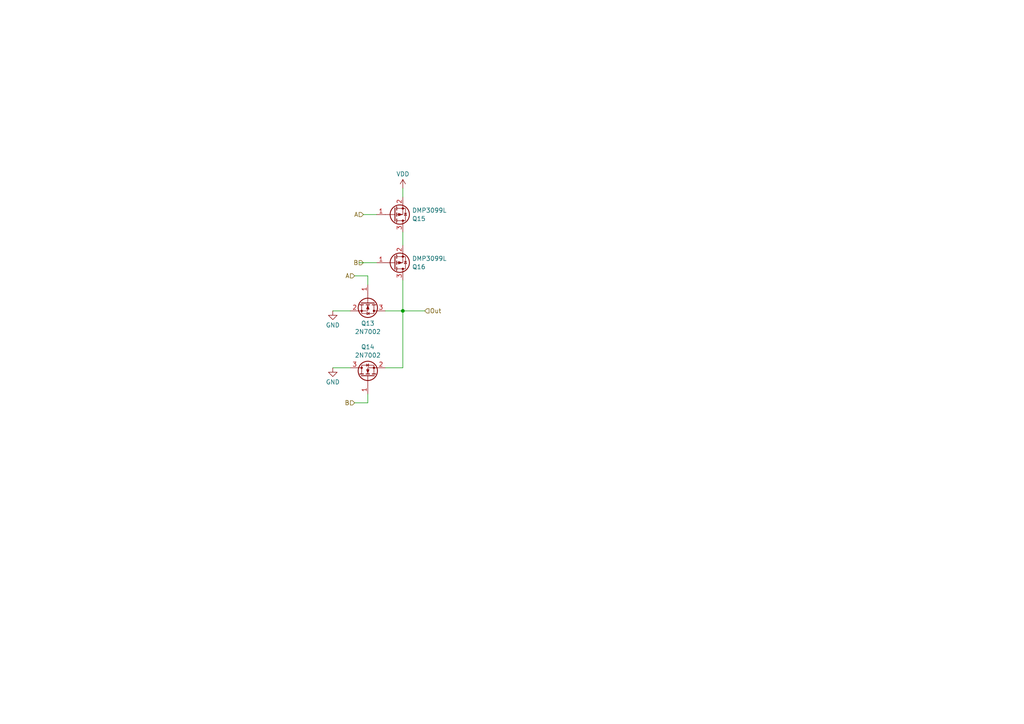
<source format=kicad_sch>
(kicad_sch (version 20250114) (generator "eeschema") (generator_version "9.0")
  (paper "A4")
  (lib_symbols
    (symbol "Transistor_FET:2N7002" (pin_names (offset 0) (hide yes))
      (property "Reference" "Q" (at 5.08 1.905 0))
      (property "Value" "2N7002" (at 5.08 0 0))
      (symbol "2N7002_0_1"
        (polyline (pts (xy 0.254 1.905) (xy 0.254 -1.905)) (stroke (width 0.254)))
        (polyline (pts (xy 0.254 0) (xy -2.54 0)))
        (polyline (pts (xy 0.762 2.286) (xy 0.762 1.27)) (stroke (width 0.254)))
        (polyline (pts (xy 0.762 0.508) (xy 0.762 -0.508)) (stroke (width 0.254)))
        (polyline (pts (xy 0.762 -1.27) (xy 0.762 -2.286)) (stroke (width 0.254)))
        (polyline (pts (xy 0.762 -1.778) (xy 3.302 -1.778) (xy 3.302 1.778) (xy 0.762 1.778)))
        (polyline (pts (xy 1.016 0) (xy 2.032 0.381) (xy 2.032 -0.381) (xy 1.016 0)) (fill (type outline)))
        (circle (center 1.651 0) (radius 2.794) (stroke (width 0.254)))
        (polyline (pts (xy 2.54 2.54) (xy 2.54 1.778)))
        (circle (center 2.54 1.778) (radius 0.254) (fill (type outline)))
        (circle (center 2.54 -1.778) (radius 0.254) (fill (type outline)))
        (polyline (pts (xy 2.54 -2.54) (xy 2.54 0) (xy 0.762 0)))
        (polyline (pts (xy 2.921 0.381) (xy 3.683 0.381)))
        (polyline (pts (xy 3.302 0.381) (xy 2.921 -0.254) (xy 3.683 -0.254) (xy 3.302 0.381)))
      )
      (symbol "2N7002_1_1"
        (pin input line (at -5.08 0 0) (length 2.54) (name "G") (number "1"))
        (pin passive line (at 2.54 5.08 270) (length 2.54) (name "D") (number "3"))
        (pin passive line (at 2.54 -5.08 90) (length 2.54) (name "S") (number "2"))
      )
    )
    (symbol "Transistor_FET:DMP3099L" (pin_names (offset 0) (hide yes))
      (property "Reference" "Q" (at 5.08 1.905 0))
      (property "Value" "DMP3099L" (at 5.08 0 0))
      (symbol "DMP3099L_0_1"
        (polyline (pts (xy 0.254 1.905) (xy 0.254 -1.905)) (stroke (width 0.254)))
        (polyline (pts (xy 0.254 0) (xy -2.54 0)))
        (polyline (pts (xy 0.762 2.286) (xy 0.762 1.27)) (stroke (width 0.254)))
        (polyline (pts (xy 0.762 1.778) (xy 3.302 1.778) (xy 3.302 -1.778) (xy 0.762 -1.778)))
        (polyline (pts (xy 0.762 0.508) (xy 0.762 -0.508)) (stroke (width 0.254)))
        (polyline (pts (xy 0.762 -1.27) (xy 0.762 -2.286)) (stroke (width 0.254)))
        (circle (center 1.651 0) (radius 2.794) (stroke (width 0.254)))
        (polyline (pts (xy 2.286 0) (xy 1.27 0.381) (xy 1.27 -0.381) (xy 2.286 0)) (fill (type outline)))
        (polyline (pts (xy 2.54 2.54) (xy 2.54 1.778)))
        (circle (center 2.54 1.778) (radius 0.254) (fill (type outline)))
        (circle (center 2.54 -1.778) (radius 0.254) (fill (type outline)))
        (polyline (pts (xy 2.54 -2.54) (xy 2.54 0) (xy 0.762 0)))
        (polyline (pts (xy 2.921 -0.381) (xy 3.683 -0.381)))
        (polyline (pts (xy 3.302 -0.381) (xy 2.921 0.254) (xy 3.683 0.254) (xy 3.302 -0.381)))
      )
      (symbol "DMP3099L_1_1"
        (pin input line (at -5.08 0 0) (length 2.54) (name "G") (number "1"))
        (pin passive line (at 2.54 5.08 270) (length 2.54) (name "D") (number "3"))
        (pin passive line (at 2.54 -5.08 90) (length 2.54) (name "S") (number "2"))
      )
    )
    (symbol "power:GND" (power) (pin_numbers (hide yes)) (pin_names (offset 0) (hide yes))
      (property "Value" "GND" (at 0 -3.81 0))
      (symbol "GND_0_1"
        (polyline (pts (xy 0 0) (xy 0 -1.27) (xy 1.27 -1.27) (xy 0 -2.54) (xy -1.27 -1.27) (xy 0 -1.27)))
      )
      (symbol "GND_1_1"
        (pin power_in line (at 0 0 270) (length 0) (name "~") (number "1"))
      )
    )
    (symbol "power:VDD" (power) (pin_numbers (hide yes)) (pin_names (offset 0) (hide yes))
      (property "Value" "VDD" (at 0 3.556 0))
      (symbol "VDD_0_1"
        (polyline (pts (xy -0.762 1.27) (xy 0 2.54)))
        (polyline (pts (xy 0 2.54) (xy 0.762 1.27)))
        (polyline (pts (xy 0 0) (xy 0 2.54)))
      )
      (symbol "VDD_1_1"
        (pin power_in line (at 0 0 90) (length 0) (name "~") (number "1"))
      )
    )
  )
  (junction (at 116.84 90.17))
  (wire (pts (xy 116.84 90.17) (xy 123.19 90.17)))
  (wire (pts (xy 116.84 81.28) (xy 116.84 90.17)))
  (wire (pts (xy 105.41 62.23) (xy 109.22 62.23)))
  (wire (pts (xy 106.68 82.55) (xy 106.68 80.01)))
  (wire (pts (xy 104.14 76.2) (xy 109.22 76.2)))
  (wire (pts (xy 111.76 90.17) (xy 116.84 90.17)))
  (wire (pts (xy 102.87 116.84) (xy 106.68 116.84)))
  (wire (pts (xy 111.76 106.68) (xy 116.84 106.68)))
  (wire (pts (xy 96.52 106.68) (xy 101.6 106.68)))
  (wire (pts (xy 116.84 67.31) (xy 116.84 71.12)))
  (wire (pts (xy 116.84 90.17) (xy 116.84 106.68)))
  (wire (pts (xy 116.84 54.61) (xy 116.84 57.15)))
  (wire (pts (xy 106.68 114.3) (xy 106.68 116.84)))
  (wire (pts (xy 102.87 80.01) (xy 106.68 80.01)))
  (wire (pts (xy 96.52 90.17) (xy 101.6 90.17)))
  (hierarchical_label "B" (shape input) (at 102.87 116.84 180))
  (hierarchical_label "B" (shape input) (at 105.41 76.2 180))
  (hierarchical_label "A" (shape input) (at 102.87 80.01 180))
  (hierarchical_label "A" (shape input) (at 105.41 62.23 180))
  (hierarchical_label "Out" (shape input) (at 123.19 90.17 0))
  (symbol (lib_id "power:VDD") (at 116.84 54.61 0) (unit 1)
    (property "Reference" "#PWR011" (effects (hide yes)))
    (property "Value" "VDD" (at 116.84 50.4769 0))
    (property "Description" "Power symbol creates a global label with name \"VDD\"" (effects (hide yes)))
    (instances (project "transistor-clock" (path "" (reference "#PWR014") (unit 1)) (path "" (reference "#PWR011") (unit 1)) (path "" (reference "#PWR017") (unit 1))))
  )
  (symbol (lib_id "Transistor_FET:DMP3099L") (at 114.3 62.23 0) (mirror x) (unit 1)
    (property "Reference" "Q11" (at 119.507 63.4422 0) (effects (justify left)))
    (property "Value" "DMP3099L" (at 119.507 61.0179 0) (effects (justify left)))
    (property "Footprint" "Package_TO_SOT_SMD:SOT-23" (effects (hide yes)))
    (property "Datasheet" "https://www.diodes.com/assets/Datasheets/DMP3099L.pdf" (effects (hide yes)))
    (property "Description" "-3.8A Id, -30V Vds, P-Channel MOSFET, SOT-23" (effects (hide yes)))
    (instances (project "transistor-clock" (path "" (reference "Q15") (unit 1)) (path "" (reference "Q11") (unit 1)) (path "" (reference "Q19") (unit 1))))
  )
  (symbol (lib_id "Transistor_FET:2N7002") (at 106.68 109.22 90) (unit 1)
    (property "Reference" "Q10" (at 106.68 100.6305 90))
    (property "Value" "2N7002" (at 106.68 103.0548 90))
    (property "Footprint" "Package_TO_SOT_SMD:SOT-23" (effects (hide yes)))
    (property "Datasheet" "https://www.onsemi.com/pub/Collateral/NDS7002A-D.PDF" (effects (hide yes)))
    (property "Description" "0.115A Id, 60V Vds, N-Channel MOSFET, SOT-23" (effects (hide yes)))
    (instances (project "transistor-clock" (path "" (reference "Q14") (unit 1)) (path "" (reference "Q10") (unit 1)) (path "" (reference "Q18") (unit 1))))
  )
  (symbol (lib_id "Transistor_FET:DMP3099L") (at 114.3 76.2 0) (mirror x) (unit 1)
    (property "Reference" "Q12" (at 119.507 77.4122 0) (effects (justify left)))
    (property "Value" "DMP3099L" (at 119.507 74.9879 0) (effects (justify left)))
    (property "Footprint" "Package_TO_SOT_SMD:SOT-23" (effects (hide yes)))
    (property "Datasheet" "https://www.diodes.com/assets/Datasheets/DMP3099L.pdf" (effects (hide yes)))
    (property "Description" "-3.8A Id, -30V Vds, P-Channel MOSFET, SOT-23" (effects (hide yes)))
    (instances (project "transistor-clock" (path "" (reference "Q16") (unit 1)) (path "" (reference "Q12") (unit 1)) (path "" (reference "Q20") (unit 1))))
  )
  (symbol (lib_id "power:GND") (at 96.52 90.17 0) (unit 1)
    (property "Reference" "#PWR09" (effects (hide yes)))
    (property "Value" "GND" (at 96.52 94.3031 0))
    (property "Description" "Power symbol creates a global label with name \"GND\" , ground" (effects (hide yes)))
    (instances (project "transistor-clock" (path "" (reference "#PWR012") (unit 1)) (path "" (reference "#PWR09") (unit 1)) (path "" (reference "#PWR015") (unit 1))))
  )
  (symbol (lib_id "Transistor_FET:2N7002") (at 106.68 87.63 270) (unit 1)
    (property "Reference" "Q9" (at 106.68 93.7951 90))
    (property "Value" "2N7002" (at 106.68 96.2194 90))
    (property "Footprint" "Package_TO_SOT_SMD:SOT-23" (effects (hide yes)))
    (property "Datasheet" "https://www.onsemi.com/pub/Collateral/NDS7002A-D.PDF" (effects (hide yes)))
    (property "Description" "0.115A Id, 60V Vds, N-Channel MOSFET, SOT-23" (effects (hide yes)))
    (instances (project "transistor-clock" (path "" (reference "Q13") (unit 1)) (path "" (reference "Q9") (unit 1)) (path "" (reference "Q17") (unit 1))))
  )
  (symbol (lib_id "power:GND") (at 96.52 106.68 0) (unit 1)
    (property "Reference" "#PWR010" (effects (hide yes)))
    (property "Value" "GND" (at 96.52 110.8131 0))
    (property "Description" "Power symbol creates a global label with name \"GND\" , ground" (effects (hide yes)))
    (instances (project "transistor-clock" (path "" (reference "#PWR013") (unit 1)) (path "" (reference "#PWR010") (unit 1)) (path "" (reference "#PWR016") (unit 1))))
  )
)
</source>
